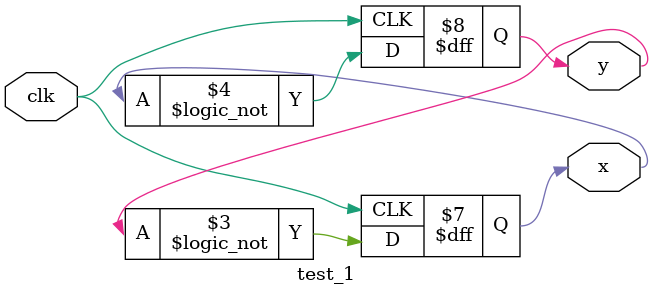
<source format=sv>

module test_1 (
    input clk, 
    output reg x, y) ;
    initial
        assume ((x == y)) ;
    always
        @(posedge clk)
        begin
            x <=  (!y) ;
            y <=  (!x) ;
            assert ((x == y)) ;
        end
    always
        @(*)
        if ($initstate()) 
            begin
                assume ((x == y)) ;
            end
endmodule



</source>
